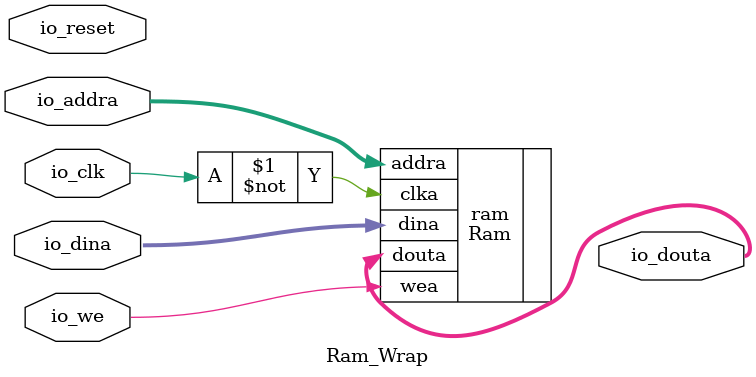
<source format=v>
`timescale 1ns / 1ps
module Ram_Wrap(
    input io_clk,
    input io_reset,
    input io_we,
    input [9:0] io_addra,
    input [31:0] io_dina,
    output [31:0] io_douta
    );

  Ram ram(
    .clka(~io_clk),
    .addra(io_addra),
    .dina(io_dina),
    .wea(io_we),
    .douta(io_douta)
  );

endmodule

</source>
